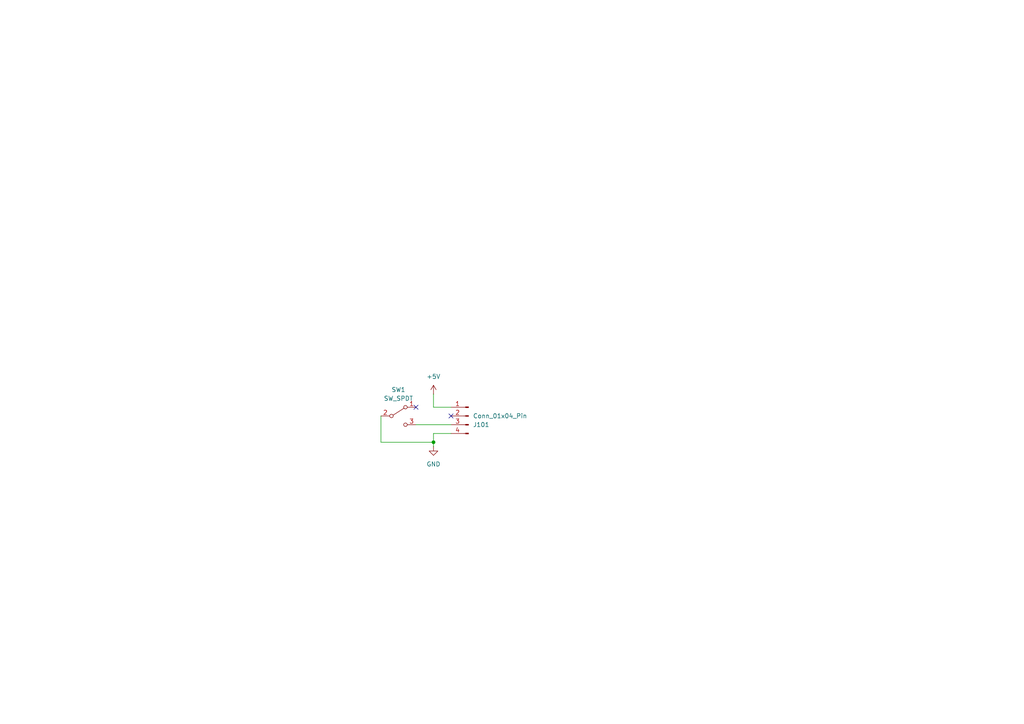
<source format=kicad_sch>
(kicad_sch (version 20231120) (generator "eeschema") (generator_version "8.0")
  (paper "A4")
  (lib_symbols
    (symbol "+5V_1" (power) (pin_numbers hide) (pin_names (offset 0) hide)
      (property "Value" "+5V" (at 0 3.556 0))
      (symbol "+5V_1_0_1"
        (polyline (pts (xy -0.762 1.27) (xy 0 2.54)))
        (polyline (pts (xy 0 0) (xy 0 2.54)))
        (polyline (pts (xy 0 2.54) (xy 0.762 1.27)))
      )
      (symbol "+5V_1_1_1"
        (pin power_in line (at 0 0 90) (length 0) (name "~") (number "1"))
      )
    )
    (symbol "Connector:Conn_01x04_Pin" (pin_names (offset 1.016) hide)
      (property "Reference" "J" (at 0 5.08 0))
      (property "Value" "Conn_01x04_Pin" (at 0 -7.62 0))
      (symbol "Conn_01x04_Pin_1_1"
        (polyline (pts (xy 1.27 -5.08) (xy 0.8636 -5.08)) (stroke (width 0.1524)))
        (polyline (pts (xy 1.27 -2.54) (xy 0.8636 -2.54)) (stroke (width 0.1524)))
        (polyline (pts (xy 1.27 0) (xy 0.8636 0)) (stroke (width 0.1524)))
        (polyline (pts (xy 1.27 2.54) (xy 0.8636 2.54)) (stroke (width 0.1524)))
        (rectangle (start 0.8636 -4.953) (end 0 -5.207) (stroke (width 0.1524)) (fill (type outline)))
        (rectangle (start 0.8636 -2.413) (end 0 -2.667) (stroke (width 0.1524)) (fill (type outline)))
        (rectangle (start 0.8636 0.127) (end 0 -0.127) (stroke (width 0.1524)) (fill (type outline)))
        (rectangle (start 0.8636 2.667) (end 0 2.413) (stroke (width 0.1524)) (fill (type outline)))
        (pin passive line (at 5.08 2.54 180) (length 3.81) (name "Pin_1") (number "1"))
        (pin passive line (at 5.08 0 180) (length 3.81) (name "Pin_2") (number "2"))
        (pin passive line (at 5.08 -2.54 180) (length 3.81) (name "Pin_3") (number "3"))
        (pin passive line (at 5.08 -5.08 180) (length 3.81) (name "Pin_4") (number "4"))
      )
    )
    (symbol "GND_1" (power) (pin_numbers hide) (pin_names (offset 0) hide)
      (property "Value" "GND" (at 0 -3.81 0))
      (symbol "GND_1_0_1"
        (polyline (pts (xy 0 0) (xy 0 -1.27) (xy 1.27 -1.27) (xy 0 -2.54) (xy -1.27 -1.27) (xy 0 -1.27)))
      )
      (symbol "GND_1_1_1"
        (pin power_in line (at 0 0 270) (length 0) (name "~") (number "1"))
      )
    )
    (symbol "Switch:SW_SPDT" (pin_names (offset 0) hide)
      (property "Reference" "SW" (at 0 4.318 0))
      (property "Value" "SW_SPDT" (at 0 -5.08 0))
      (symbol "SW_SPDT_0_0"
        (circle (center -2.032 0) (radius 0.508))
        (circle (center 2.032 -2.54) (radius 0.508))
      )
      (symbol "SW_SPDT_0_1"
        (polyline (pts (xy -1.524 0.254) (xy 1.651 2.286)))
        (circle (center 2.032 2.54) (radius 0.508))
      )
      (symbol "SW_SPDT_1_1"
        (pin passive line (at 5.08 2.54 180) (length 2.54) (name "A") (number "1"))
        (pin passive line (at -5.08 0 0) (length 2.54) (name "B") (number "2"))
        (pin passive line (at 5.08 -2.54 180) (length 2.54) (name "C") (number "3"))
      )
    )
  )
  (junction (at 125.73 128.27))
  (no_connect (at 130.81 120.65))
  (no_connect (at 120.65 118.11))
  (wire (pts (xy 125.73 128.27) (xy 125.73 125.73)))
  (wire (pts (xy 120.65 123.19) (xy 130.81 123.19)))
  (wire (pts (xy 125.73 125.73) (xy 130.81 125.73)))
  (wire (pts (xy 110.49 128.27) (xy 125.73 128.27)))
  (wire (pts (xy 110.49 120.65) (xy 110.49 128.27)))
  (wire (pts (xy 125.73 114.3) (xy 125.73 118.11)))
  (wire (pts (xy 125.73 129.54) (xy 125.73 128.27)))
  (wire (pts (xy 125.73 118.11) (xy 130.81 118.11)))
  (symbol (lib_id "Connector:Conn_01x04_Pin") (at 135.89 120.65 0) (mirror y) (unit 1)
    (property "Reference" "J101" (at 137.16 123.1901 0) (effects (justify right)))
    (property "Value" "Conn_01x04_Pin" (at 137.16 120.6501 0) (effects (justify right)))
    (property "Footprint" "Connector_JST:JST_SH_SM04B-SRSS-TB_1x04-1MP_P1.00mm_Horizontal" (effects (hide yes)))
    (property "Description" "Generic connector, single row, 01x04, script generated" (effects (hide yes)))
  )
  (symbol (lib_id "Switch:SW_SPDT") (at 115.57 120.65 0) (unit 1)
    (property "Reference" "SW1" (at 115.57 113.03 0))
    (property "Value" "SW_SPDT" (at 115.57 115.57 0))
    (property "Footprint" "custom_kicad_lib_sk:MTS_long_lever" (effects (hide yes)))
  )
  (symbol (lib_name "GND_1") (lib_id "power:GND") (at 125.73 129.54 0) (unit 1)
    (property "Reference" "#PWR0107" (effects (hide yes)))
    (property "Value" "GND" (at 125.73 134.62 0))
    (property "Description" "Power symbol creates a global label with name \"GND\" , ground" (effects (hide yes)))
  )
  (symbol (lib_name "+5V_1") (lib_id "power:+5V") (at 125.73 114.3 0) (unit 1)
    (property "Reference" "#PWR0106" (effects (hide yes)))
    (property "Value" "+5V" (at 125.73 109.22 0))
    (property "Description" "Power symbol creates a global label with name \"+5V\"" (effects (hide yes)))
  )
)
</source>
